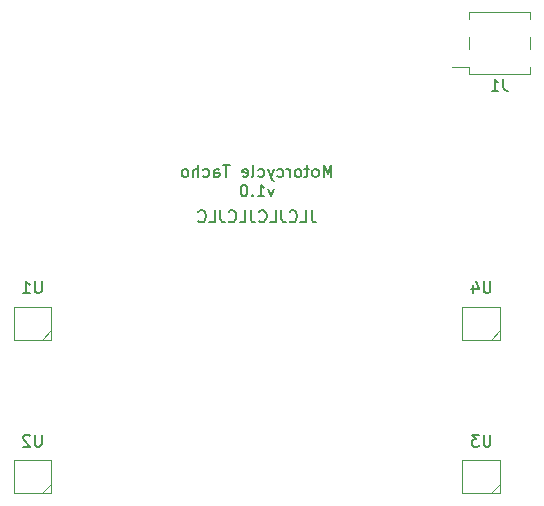
<source format=gbr>
%TF.GenerationSoftware,KiCad,Pcbnew,5.1.10*%
%TF.CreationDate,2021-09-26T09:48:59+10:00*%
%TF.ProjectId,pcb-face,7063622d-6661-4636-952e-6b696361645f,rev?*%
%TF.SameCoordinates,Original*%
%TF.FileFunction,Legend,Bot*%
%TF.FilePolarity,Positive*%
%FSLAX46Y46*%
G04 Gerber Fmt 4.6, Leading zero omitted, Abs format (unit mm)*
G04 Created by KiCad (PCBNEW 5.1.10) date 2021-09-26 09:48:59*
%MOMM*%
%LPD*%
G01*
G04 APERTURE LIST*
%ADD10C,0.150000*%
%ADD11C,0.120000*%
G04 APERTURE END LIST*
D10*
X154619047Y-84452380D02*
X154619047Y-85166666D01*
X154666666Y-85309523D01*
X154761904Y-85404761D01*
X154904761Y-85452380D01*
X155000000Y-85452380D01*
X153666666Y-85452380D02*
X154142857Y-85452380D01*
X154142857Y-84452380D01*
X152761904Y-85357142D02*
X152809523Y-85404761D01*
X152952380Y-85452380D01*
X153047619Y-85452380D01*
X153190476Y-85404761D01*
X153285714Y-85309523D01*
X153333333Y-85214285D01*
X153380952Y-85023809D01*
X153380952Y-84880952D01*
X153333333Y-84690476D01*
X153285714Y-84595238D01*
X153190476Y-84500000D01*
X153047619Y-84452380D01*
X152952380Y-84452380D01*
X152809523Y-84500000D01*
X152761904Y-84547619D01*
X152047619Y-84452380D02*
X152047619Y-85166666D01*
X152095238Y-85309523D01*
X152190476Y-85404761D01*
X152333333Y-85452380D01*
X152428571Y-85452380D01*
X151095238Y-85452380D02*
X151571428Y-85452380D01*
X151571428Y-84452380D01*
X150190476Y-85357142D02*
X150238095Y-85404761D01*
X150380952Y-85452380D01*
X150476190Y-85452380D01*
X150619047Y-85404761D01*
X150714285Y-85309523D01*
X150761904Y-85214285D01*
X150809523Y-85023809D01*
X150809523Y-84880952D01*
X150761904Y-84690476D01*
X150714285Y-84595238D01*
X150619047Y-84500000D01*
X150476190Y-84452380D01*
X150380952Y-84452380D01*
X150238095Y-84500000D01*
X150190476Y-84547619D01*
X149476190Y-84452380D02*
X149476190Y-85166666D01*
X149523809Y-85309523D01*
X149619047Y-85404761D01*
X149761904Y-85452380D01*
X149857142Y-85452380D01*
X148523809Y-85452380D02*
X149000000Y-85452380D01*
X149000000Y-84452380D01*
X147619047Y-85357142D02*
X147666666Y-85404761D01*
X147809523Y-85452380D01*
X147904761Y-85452380D01*
X148047619Y-85404761D01*
X148142857Y-85309523D01*
X148190476Y-85214285D01*
X148238095Y-85023809D01*
X148238095Y-84880952D01*
X148190476Y-84690476D01*
X148142857Y-84595238D01*
X148047619Y-84500000D01*
X147904761Y-84452380D01*
X147809523Y-84452380D01*
X147666666Y-84500000D01*
X147619047Y-84547619D01*
X146904761Y-84452380D02*
X146904761Y-85166666D01*
X146952380Y-85309523D01*
X147047619Y-85404761D01*
X147190476Y-85452380D01*
X147285714Y-85452380D01*
X145952380Y-85452380D02*
X146428571Y-85452380D01*
X146428571Y-84452380D01*
X145047619Y-85357142D02*
X145095238Y-85404761D01*
X145238095Y-85452380D01*
X145333333Y-85452380D01*
X145476190Y-85404761D01*
X145571428Y-85309523D01*
X145619047Y-85214285D01*
X145666666Y-85023809D01*
X145666666Y-84880952D01*
X145619047Y-84690476D01*
X145571428Y-84595238D01*
X145476190Y-84500000D01*
X145333333Y-84452380D01*
X145238095Y-84452380D01*
X145095238Y-84500000D01*
X145047619Y-84547619D01*
X156309523Y-81627380D02*
X156309523Y-80627380D01*
X155976190Y-81341666D01*
X155642857Y-80627380D01*
X155642857Y-81627380D01*
X155023809Y-81627380D02*
X155119047Y-81579761D01*
X155166666Y-81532142D01*
X155214285Y-81436904D01*
X155214285Y-81151190D01*
X155166666Y-81055952D01*
X155119047Y-81008333D01*
X155023809Y-80960714D01*
X154880952Y-80960714D01*
X154785714Y-81008333D01*
X154738095Y-81055952D01*
X154690476Y-81151190D01*
X154690476Y-81436904D01*
X154738095Y-81532142D01*
X154785714Y-81579761D01*
X154880952Y-81627380D01*
X155023809Y-81627380D01*
X154404761Y-80960714D02*
X154023809Y-80960714D01*
X154261904Y-80627380D02*
X154261904Y-81484523D01*
X154214285Y-81579761D01*
X154119047Y-81627380D01*
X154023809Y-81627380D01*
X153547619Y-81627380D02*
X153642857Y-81579761D01*
X153690476Y-81532142D01*
X153738095Y-81436904D01*
X153738095Y-81151190D01*
X153690476Y-81055952D01*
X153642857Y-81008333D01*
X153547619Y-80960714D01*
X153404761Y-80960714D01*
X153309523Y-81008333D01*
X153261904Y-81055952D01*
X153214285Y-81151190D01*
X153214285Y-81436904D01*
X153261904Y-81532142D01*
X153309523Y-81579761D01*
X153404761Y-81627380D01*
X153547619Y-81627380D01*
X152785714Y-81627380D02*
X152785714Y-80960714D01*
X152785714Y-81151190D02*
X152738095Y-81055952D01*
X152690476Y-81008333D01*
X152595238Y-80960714D01*
X152500000Y-80960714D01*
X151738095Y-81579761D02*
X151833333Y-81627380D01*
X152023809Y-81627380D01*
X152119047Y-81579761D01*
X152166666Y-81532142D01*
X152214285Y-81436904D01*
X152214285Y-81151190D01*
X152166666Y-81055952D01*
X152119047Y-81008333D01*
X152023809Y-80960714D01*
X151833333Y-80960714D01*
X151738095Y-81008333D01*
X151404761Y-80960714D02*
X151166666Y-81627380D01*
X150928571Y-80960714D02*
X151166666Y-81627380D01*
X151261904Y-81865476D01*
X151309523Y-81913095D01*
X151404761Y-81960714D01*
X150119047Y-81579761D02*
X150214285Y-81627380D01*
X150404761Y-81627380D01*
X150500000Y-81579761D01*
X150547619Y-81532142D01*
X150595238Y-81436904D01*
X150595238Y-81151190D01*
X150547619Y-81055952D01*
X150500000Y-81008333D01*
X150404761Y-80960714D01*
X150214285Y-80960714D01*
X150119047Y-81008333D01*
X149547619Y-81627380D02*
X149642857Y-81579761D01*
X149690476Y-81484523D01*
X149690476Y-80627380D01*
X148785714Y-81579761D02*
X148880952Y-81627380D01*
X149071428Y-81627380D01*
X149166666Y-81579761D01*
X149214285Y-81484523D01*
X149214285Y-81103571D01*
X149166666Y-81008333D01*
X149071428Y-80960714D01*
X148880952Y-80960714D01*
X148785714Y-81008333D01*
X148738095Y-81103571D01*
X148738095Y-81198809D01*
X149214285Y-81294047D01*
X147690476Y-80627380D02*
X147119047Y-80627380D01*
X147404761Y-81627380D02*
X147404761Y-80627380D01*
X146357142Y-81627380D02*
X146357142Y-81103571D01*
X146404761Y-81008333D01*
X146500000Y-80960714D01*
X146690476Y-80960714D01*
X146785714Y-81008333D01*
X146357142Y-81579761D02*
X146452380Y-81627380D01*
X146690476Y-81627380D01*
X146785714Y-81579761D01*
X146833333Y-81484523D01*
X146833333Y-81389285D01*
X146785714Y-81294047D01*
X146690476Y-81246428D01*
X146452380Y-81246428D01*
X146357142Y-81198809D01*
X145452380Y-81579761D02*
X145547619Y-81627380D01*
X145738095Y-81627380D01*
X145833333Y-81579761D01*
X145880952Y-81532142D01*
X145928571Y-81436904D01*
X145928571Y-81151190D01*
X145880952Y-81055952D01*
X145833333Y-81008333D01*
X145738095Y-80960714D01*
X145547619Y-80960714D01*
X145452380Y-81008333D01*
X145023809Y-81627380D02*
X145023809Y-80627380D01*
X144595238Y-81627380D02*
X144595238Y-81103571D01*
X144642857Y-81008333D01*
X144738095Y-80960714D01*
X144880952Y-80960714D01*
X144976190Y-81008333D01*
X145023809Y-81055952D01*
X143976190Y-81627380D02*
X144071428Y-81579761D01*
X144119047Y-81532142D01*
X144166666Y-81436904D01*
X144166666Y-81151190D01*
X144119047Y-81055952D01*
X144071428Y-81008333D01*
X143976190Y-80960714D01*
X143833333Y-80960714D01*
X143738095Y-81008333D01*
X143690476Y-81055952D01*
X143642857Y-81151190D01*
X143642857Y-81436904D01*
X143690476Y-81532142D01*
X143738095Y-81579761D01*
X143833333Y-81627380D01*
X143976190Y-81627380D01*
X151428571Y-82610714D02*
X151190476Y-83277380D01*
X150952380Y-82610714D01*
X150047619Y-83277380D02*
X150619047Y-83277380D01*
X150333333Y-83277380D02*
X150333333Y-82277380D01*
X150428571Y-82420238D01*
X150523809Y-82515476D01*
X150619047Y-82563095D01*
X149619047Y-83182142D02*
X149571428Y-83229761D01*
X149619047Y-83277380D01*
X149666666Y-83229761D01*
X149619047Y-83182142D01*
X149619047Y-83277380D01*
X148952380Y-82277380D02*
X148857142Y-82277380D01*
X148761904Y-82325000D01*
X148714285Y-82372619D01*
X148666666Y-82467857D01*
X148619047Y-82658333D01*
X148619047Y-82896428D01*
X148666666Y-83086904D01*
X148714285Y-83182142D01*
X148761904Y-83229761D01*
X148857142Y-83277380D01*
X148952380Y-83277380D01*
X149047619Y-83229761D01*
X149095238Y-83182142D01*
X149142857Y-83086904D01*
X149190476Y-82896428D01*
X149190476Y-82658333D01*
X149142857Y-82467857D01*
X149095238Y-82372619D01*
X149047619Y-82325000D01*
X148952380Y-82277380D01*
D11*
X132600000Y-94600000D02*
X131800000Y-95400000D01*
X129400000Y-95400000D02*
X129400000Y-92600000D01*
X132600000Y-92600000D02*
X132600000Y-95400000D01*
X132600000Y-95400000D02*
X129400000Y-95400000D01*
X129400000Y-92600000D02*
X132600000Y-92600000D01*
X132600000Y-107600000D02*
X131800000Y-108400000D01*
X129400000Y-108400000D02*
X129400000Y-105600000D01*
X132600000Y-105600000D02*
X132600000Y-108400000D01*
X132600000Y-108400000D02*
X129400000Y-108400000D01*
X129400000Y-105600000D02*
X132600000Y-105600000D01*
X170600000Y-107600000D02*
X169800000Y-108400000D01*
X167400000Y-108400000D02*
X167400000Y-105600000D01*
X170600000Y-105600000D02*
X170600000Y-108400000D01*
X170600000Y-108400000D02*
X167400000Y-108400000D01*
X167400000Y-105600000D02*
X170600000Y-105600000D01*
X170600000Y-94600000D02*
X169800000Y-95400000D01*
X167400000Y-95400000D02*
X167400000Y-92600000D01*
X170600000Y-92600000D02*
X170600000Y-95400000D01*
X170600000Y-95400000D02*
X167400000Y-95400000D01*
X167400000Y-92600000D02*
X170600000Y-92600000D01*
X173125000Y-70780000D02*
X173125000Y-69760000D01*
X167925000Y-70780000D02*
X167925000Y-69760000D01*
X173125000Y-68240000D02*
X173125000Y-67670000D01*
X167925000Y-68240000D02*
X167925000Y-67670000D01*
X173125000Y-72870000D02*
X173125000Y-72300000D01*
X167925000Y-72870000D02*
X167925000Y-72300000D01*
X166485000Y-72300000D02*
X167925000Y-72300000D01*
X167925000Y-67670000D02*
X173125000Y-67670000D01*
X167925000Y-72870000D02*
X173125000Y-72870000D01*
D10*
X131761904Y-90452380D02*
X131761904Y-91261904D01*
X131714285Y-91357142D01*
X131666666Y-91404761D01*
X131571428Y-91452380D01*
X131380952Y-91452380D01*
X131285714Y-91404761D01*
X131238095Y-91357142D01*
X131190476Y-91261904D01*
X131190476Y-90452380D01*
X130190476Y-91452380D02*
X130761904Y-91452380D01*
X130476190Y-91452380D02*
X130476190Y-90452380D01*
X130571428Y-90595238D01*
X130666666Y-90690476D01*
X130761904Y-90738095D01*
X131761904Y-103452380D02*
X131761904Y-104261904D01*
X131714285Y-104357142D01*
X131666666Y-104404761D01*
X131571428Y-104452380D01*
X131380952Y-104452380D01*
X131285714Y-104404761D01*
X131238095Y-104357142D01*
X131190476Y-104261904D01*
X131190476Y-103452380D01*
X130761904Y-103547619D02*
X130714285Y-103500000D01*
X130619047Y-103452380D01*
X130380952Y-103452380D01*
X130285714Y-103500000D01*
X130238095Y-103547619D01*
X130190476Y-103642857D01*
X130190476Y-103738095D01*
X130238095Y-103880952D01*
X130809523Y-104452380D01*
X130190476Y-104452380D01*
X169761904Y-103452380D02*
X169761904Y-104261904D01*
X169714285Y-104357142D01*
X169666666Y-104404761D01*
X169571428Y-104452380D01*
X169380952Y-104452380D01*
X169285714Y-104404761D01*
X169238095Y-104357142D01*
X169190476Y-104261904D01*
X169190476Y-103452380D01*
X168809523Y-103452380D02*
X168190476Y-103452380D01*
X168523809Y-103833333D01*
X168380952Y-103833333D01*
X168285714Y-103880952D01*
X168238095Y-103928571D01*
X168190476Y-104023809D01*
X168190476Y-104261904D01*
X168238095Y-104357142D01*
X168285714Y-104404761D01*
X168380952Y-104452380D01*
X168666666Y-104452380D01*
X168761904Y-104404761D01*
X168809523Y-104357142D01*
X169761904Y-90452380D02*
X169761904Y-91261904D01*
X169714285Y-91357142D01*
X169666666Y-91404761D01*
X169571428Y-91452380D01*
X169380952Y-91452380D01*
X169285714Y-91404761D01*
X169238095Y-91357142D01*
X169190476Y-91261904D01*
X169190476Y-90452380D01*
X168285714Y-90785714D02*
X168285714Y-91452380D01*
X168523809Y-90404761D02*
X168761904Y-91119047D01*
X168142857Y-91119047D01*
X170858333Y-73322380D02*
X170858333Y-74036666D01*
X170905952Y-74179523D01*
X171001190Y-74274761D01*
X171144047Y-74322380D01*
X171239285Y-74322380D01*
X169858333Y-74322380D02*
X170429761Y-74322380D01*
X170144047Y-74322380D02*
X170144047Y-73322380D01*
X170239285Y-73465238D01*
X170334523Y-73560476D01*
X170429761Y-73608095D01*
M02*

</source>
